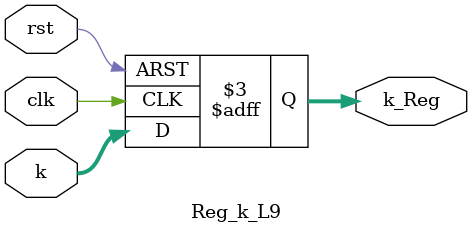
<source format=v>
module Reg_k_L9(k_Reg,clk,rst,k);
output reg [1:0] k_Reg;
input clk,rst;
input [1:0] k;

always @ (posedge clk or negedge rst)
	begin
		if (!rst ) 
			k_Reg<=0; 
		else  
			k_Reg<=k; 
	end
endmodule

</source>
